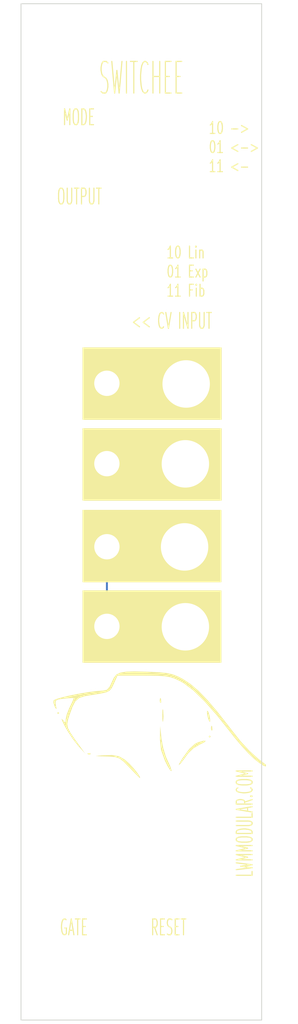
<source format=kicad_pcb>
(kicad_pcb (version 20211014) (generator pcbnew)
  (layers (0 "F.Cu" signal) (31 "B.Cu" signal) (34 "B.Paste" user) (35 "F.Paste" user) (36 "B.SilkS" user "B.Silkscreen") (37 "F.SilkS" user "F.Silkscreen") (38 "B.Mask" user) (39 "F.Mask" user) (44 "Edge.Cuts" user))
  (net 0 "")
  (footprint "MountingHole:MountingHole_3.2mm_M3" (layer "F.Cu") (at 69.806 57.204)
    (fp_text reference "REF**" hide)
    (fp_text value "MountingHole_3.2mm_M3")
    (pad "" np_thru_hole circle locked (at 0 0) (size 3.2 3.2) (drill 3.2) (layers *.Cu *.Mask))
  )
  (footprint "MountingHole:MountingHole_3.2mm_M3" (layer "F.Cu") (at 60.821 128.428)
    (fp_text reference "REF**" hide)
    (fp_text value "MountingHole_3.2mm_M3")
    (pad "" np_thru_hole circle locked (at 0 0) (size 3.2 3.2) (drill 3.2) (layers *.Cu *.Mask))
  )
  (footprint "MountingHole:MountingHole_3.5mm" (layer "F.Cu") (at 61.306 47.204)
    (fp_text reference "REF**" hide)
    (fp_text value "MountingHole_3.5mm")
    (pad "" np_thru_hole circle locked (at 0 0) (size 3.5 3.5) (drill 3.5) (layers *.Cu *.Mask))
    (pad "" np_thru_hole circle locked (at 0 0) (size 3.5 3.5) (drill 3.5) (layers *.Cu *.Mask))
  )
  (footprint "MountingHole:MountingHole_3.2mm_M3" (layer "F.Cu") (at 64.88 97.656)
    (fp_text reference "REF**" hide)
    (fp_text value "MountingHole_3.2mm_M3")
    (pad "" np_thru_hole circle locked (at 0 0) (size 3.2 3.2) (drill 3.2) (layers *.Cu *.Mask))
  )
  (footprint "MountingHole:MountingHole_3.2mm_M3" (layer "F.Cu") (at 61.55 154.525)
    (fp_text reference "REF**" hide)
    (fp_text value "MountingHole_3.2mm_M3" hide)
    (pad "" np_thru_hole circle locked (at 0 0) (size 3.2 3.2) (drill 3.2) (layers *.Cu *.Mask))
  )
  (footprint "MountingHole:MountingHole_6mm" (layer "F.Cu") (at 74.718 97.676)
    (fp_text reference "REF**" hide)
    (fp_text value "MountingHole_6mm" hide)
    (pad "" np_thru_hole circle locked (at 0 0) (size 6 6) (drill 6) (layers *.Cu *.Mask))
  )
  (footprint "MountingHole:MountingHole_3.2mm_M3" (layer "F.Cu") (at 74.806 47.194)
    (fp_text reference "REF**" hide)
    (fp_text value "MountingHole_3.2mm_M3")
    (pad "" np_thru_hole circle locked (at 0 0) (size 3.2 3.2) (drill 3.2) (layers *.Cu *.Mask))
  )
  (footprint "MountingHole:MountingHole_3.2mm_M3" (layer "F.Cu") (at 64.88 107.724)
    (fp_text reference "REF**" hide)
    (fp_text value "MountingHole_3.2mm_M3")
    (pad "" np_thru_hole circle locked (at 0 0) (size 3.2 3.2) (drill 3.2) (layers *.Cu *.Mask))
  )
  (footprint "MountingHole:MountingHole_6mm" (layer "F.Cu") (at 63.818 66.676)
    (fp_text reference "REF**" hide)
    (fp_text value "MountingHole_6mm" hide)
    (pad "" np_thru_hole circle locked (at 0 0) (size 6 6) (drill 6) (layers *.Cu *.Mask))
  )
  (footprint "MountingHole:MountingHole_3.2mm_M3" (layer "F.Cu") (at 72.749 128.438)
    (fp_text reference "REF**" hide)
    (fp_text value "MountingHole_3.2mm_M3")
    (pad "" np_thru_hole circle locked (at 0 0) (size 3.2 3.2) (drill 3.2) (layers *.Cu *.Mask))
  )
  (footprint "MountingHole:MountingHole_3.2mm_M3" (layer "F.Cu") (at 69.796 47.199)
    (fp_text reference "REF**" hide)
    (fp_text value "MountingHole_3.2mm_M3")
    (pad "" np_thru_hole circle locked (at 0 0) (size 3.2 3.2) (drill 3.2) (layers *.Cu *.Mask))
  )
  (footprint "LWM_logo:lwm-logo-head" (layer "F.Cu") (at 71.275 119.9)
    (fp_text reference "G***" hide)
    (fp_text value "LOGO" hide)
    (fp_poly (pts (xy -4.883343 4.235413) (xy -4.169042 4.631892) (xy -3.558644 5.171403) (xy -3.028343 5.73895) (xy -2.561252 6.318518) (xy -2.249667 6.783368) (xy -2.185882 7.00676) (xy -2.219748 7.009973) (xy -2.42948 6.821393) (xy -2.906233 6.341378) (xy -3.547676 5.673004) (xy -3.561023 5.658909) (xy -4.25629 4.949371) (xy -4.782832 4.545621) (xy -5.337898 4.3558) (xy -6.118738 4.28805) (xy -6.533363 4.274699) (xy -7.416153 4.246508) (xy -7.783685 4.220687) (xy -7.66098 4.187097) (xy -7.07306 4.135599) (xy -6.908333 4.12276) (xy -5.731015 4.086184)) (layer "F.SilkS") (width 0) (fill solid))
    (fp_poly (pts (xy -12.429787 -1.215957) (xy -12.564894 -1.080851) (xy -12.7 -1.215957) (xy -12.564894 -1.351063)) (layer "F.SilkS") (width 0) (fill solid))
    (fp_poly (pts (xy 6.939905 0.489761) (xy 6.972118 0.912071) (xy 6.918572 1.007669) (xy 6.795758 0.927081) (xy 6.776652 0.653015) (xy 6.842643 0.364688)) (layer "F.SilkS") (width 0) (fill solid))
    (fp_poly (pts (xy 6.443349 -1.392518) (xy 6.600912 -0.926443) (xy 6.69617 -0.360914) (xy 6.665815 -0.090637) (xy 6.526863 -0.228758) (xy 6.369301 -0.694832) (xy 6.274042 -1.260361) (xy 6.304398 -1.530638)) (layer "F.SilkS") (width 0) (fill solid))
    (fp_poly (pts (xy 0.454799 -3.023005) (xy 0.487012 -2.600695) (xy 0.433466 -2.505097) (xy 0.310651 -2.585685) (xy 0.291545 -2.859751) (xy 0.357537 -3.148077)) (layer "F.SilkS") (width 0) (fill solid))
    (fp_poly (pts (xy 6.755319 1.756383) (xy 6.620213 1.89149) (xy 6.485106 1.756383) (xy 6.620213 1.621277)) (layer "F.SilkS") (width 0) (fill solid))
    (fp_poly (pts (xy -8.466667 3.87305) (xy -8.503759 4.033691) (xy -8.646809 4.053192) (xy -8.869224 3.954325) (xy -8.826951 3.87305) (xy -8.506271 3.840711)) (layer "F.SilkS") (width 0) (fill solid))
    (fp_poly (pts (xy -1.436026 -6.450379) (xy -1.146305 -6.440189) (xy 0.208681 -6.37704) (xy 1.177419 -6.281615) (xy 1.914087 -6.122105) (xy 2.572863 -5.8667) (xy 3.199146 -5.543644) (xy 4.171451 -4.912295) (xy 5.201228 -4.037117) (xy 6.3407 -2.863869) (xy 7.642091 -1.338307) (xy 9.157626 0.593814) (xy 9.342655 0.837464) (xy 10.538859 2.342633) (xy 11.632364 3.531712) (xy 12.779161 4.563101) (xy 13.758333 5.321271) (xy 13.733142 5.54194) (xy 13.728751 5.546427) (xy 13.464163 5.464363) (xy 12.919063 5.107973) (xy 12.325666 4.646639) (xy 11.586197 3.95111) (xy 10.686404 2.981889) (xy 9.778383 1.906252) (xy 9.432357 1.464575) (xy 7.591771 -0.852903) (xy 5.967916 -2.692855) (xy 4.548929 -4.067453) (xy 3.322949 -4.98887) (xy 2.9264 -5.212066) (xy 2.264088 -5.526296) (xy 1.664227 -5.73538) (xy 0.990678 -5.860477) (xy 0.107302 -5.922749) (xy -1.122038 -5.943358) (xy -1.786776 -5.94468) (xy -5.051966 -5.94468) (xy -5.526435 -4.892496) (xy -5.787962 -4.358809) (xy -6.070891 -4.024477) (xy -6.512829 -3.815723) (xy -7.251386 -3.658774) (xy -8.060356 -3.534006) (xy -9.182777 -3.345103) (xy -9.911696 -3.106325) (xy -10.387465 -2.700083) (xy -10.750439 -2.00879) (xy -11.122939 -0.968173) (xy -11.332645 -0.316602) (xy -11.415307 0.183486) (xy -11.331568 0.656469) (xy -11.042072 1.226726) (xy -10.507462 2.018635) (xy -9.918804 2.837234) (xy -9.138119 3.918086) (xy -10.040868 2.925493) (xy -10.695633 2.096537) (xy -11.375048 1.070949) (xy -11.705482 0.493578) (xy -12.032747 -0.163131) (xy -12.15259 -0.490193) (xy -12.043248 -0.421226) (xy -11.728185 -0.059919) (xy -11.627639 -0.123877) (xy -11.619149 -0.431645) (xy -11.49955 -1.002008) (xy -11.200971 -1.773645) (xy -11.082809 -2.018582) (xy -10.771611 -2.663178) (xy -10.61361 -3.059321) (xy -10.609937 -3.113145) (xy -10.891044 -3.113699) (xy -11.524257 -3.065052) (xy -11.84346 -3.033577) (xy -12.565316 -2.932484) (xy -12.874481 -2.76201) (xy -12.897536 -2.417492) (xy -12.853046 -2.198808) (xy -12.770082 -1.745319) (xy -12.856976 -1.7698) (xy -12.989113 -1.975455) (xy -13.17589 -2.525479) (xy -13.153963 -2.807909) (xy -12.854226 -2.977431) (xy -12.14644 -3.192122) (xy -11.158352 -3.426545) (xy -10.017705 -3.655259) (xy -8.852246 -3.852829) (xy -7.789718 -3.993814) (xy -6.957868 -4.052776) (xy -6.900449 -4.053191) (xy -6.401325 -4.162435) (xy -6.03446 -4.577538) (xy -5.777062 -5.136505) (xy -5.515593 -5.696145) (xy -5.192707 -6.084781) (xy -4.715856 -6.328467) (xy -3.992491 -6.453259) (xy -2.930064 -6.485211)) (layer "F.SilkS") (width 0) (fill solid))
    (fp_poly (pts (xy 0.523354 2.026596) (xy 0.730939 3.159106) (xy 1.075334 4.283782) (xy 1.311639 4.822462) (xy 1.64087 5.528155) (xy 1.794107 6.02229) (xy 1.780997 6.145244) (xy 1.600289 6.002939) (xy 1.279873 5.483661) (xy 0.954148 4.835549) (xy 0.458003 3.457195) (xy 0.311214 2.086793) (xy 0.314056 1.89149) (xy 0.352621 0.40532)) (layer "F.SilkS") (width 0) (fill solid))
    (fp_poly (pts (xy 0.734325 -1.550008) (xy 0.778777 -0.750883) (xy 0.730637 -0.198944) (xy 0.667349 -0.090212) (xy 0.626557 -0.444243) (xy 0.61771 -0.945744) (xy 0.637931 -1.558838) (xy 0.686351 -1.738163)) (layer "F.SilkS") (width 0) (fill solid))
    (fp_poly (pts (xy 6.134091 2.301838) (xy 5.898708 2.518735) (xy 5.331962 2.793575) (xy 4.546497 3.262198) (xy 3.915285 3.866979) (xy 3.884139 3.909825) (xy 3.290551 4.725271) (xy 2.883363 5.226101) (xy 2.697269 5.385428) (xy 2.766962 5.176363) (xy 3.127137 4.572017) (xy 3.224055 4.4214) (xy 4.034047 3.318574) (xy 4.757621 2.663687) (xy 5.166362 2.461139) (xy 5.881702 2.26603)) (layer "F.SilkS") (width 0) (fill solid))
  )
  (footprint "MountingHole:MountingHole_3.2mm_M3" (layer "F.Cu") (at 61.525 32.025)
    (fp_text reference "REF**" hide)
    (fp_text value "MountingHole_3.2mm_M3" hide)
    (pad "" np_thru_hole circle locked (at 0 0) (size 3.2 3.2) (drill 3.2) (layers *.Cu *.Mask))
  )
  (footprint "MountingHole:MountingHole_3.2mm_M3" (layer "F.Cu") (at 76.95 32.004)
    (fp_text reference "REF**" hide)
    (fp_text value "MountingHole_3.2mm_M3" hide)
    (pad "" np_thru_hole circle locked (at 0 0) (size 3.2 3.2) (drill 3.2) (layers *.Cu *.Mask))
  )
  (footprint "MountingHole:MountingHole_3.2mm_M3" (layer "F.Cu") (at 79.612 57.194)
    (fp_text reference "REF**" hide)
    (fp_text value "MountingHole_3.2mm_M3")
    (pad "" np_thru_hole circle locked (at 0 0) (size 3.2 3.2) (drill 3.2) (layers *.Cu *.Mask))
  )
  (footprint "MountingHole:MountingHole_6mm" (layer "F.Cu") (at 72.754 137.406)
    (fp_text reference "REF**" hide)
    (fp_text value "MountingHole_6mm" hide)
    (pad "" np_thru_hole circle locked (at 0 0) (size 6 6) (drill 6) (layers *.Cu *.Mask))
  )
  (footprint "MountingHole:MountingHole_6mm" (layer "F.Cu") (at 74.918 77.076)
    (fp_text reference "REF**" hide)
    (fp_text value "MountingHole_6mm" hide)
    (pad "" np_thru_hole circle locked (at 0 0) (size 6 6) (drill 6) (layers *.Cu *.Mask))
  )
  (footprint "MountingHole:MountingHole_3.2mm_M3" (layer "F.Cu") (at 64.875 76.99)
    (fp_text reference "REF**" hide)
    (fp_text value "MountingHole_3.2mm_M3")
    (pad "" np_thru_hole circle locked (at 0 0) (size 3.2 3.2) (drill 3.2) (layers *.Cu *.Mask))
  )
  (footprint "MountingHole:MountingHole_6mm" (layer "F.Cu") (at 74.818 87.176)
    (fp_text reference "REF**" hide)
    (fp_text value "MountingHole_6mm" hide)
    (pad "" np_thru_hole circle locked (at 0 0) (size 6 6) (drill 6) (layers *.Cu *.Mask))
  )
  (footprint "MountingHole:MountingHole_6mm" (layer "F.Cu") (at 74.818 107.776)
    (fp_text reference "REF**" hide)
    (fp_text value "MountingHole_6mm" hide)
    (pad "" np_thru_hole circle locked (at 0 0) (size 6 6) (drill 6) (layers *.Cu *.Mask))
  )
  (footprint "MountingHole:MountingHole_3.5mm" (layer "F.Cu") (at 61.296 57.224)
    (fp_text reference "REF**" hide)
    (fp_text value "MountingHole_3.5mm")
    (pad "" np_thru_hole circle locked (at 0 0) (size 3.5 3.5) (drill 3.5) (layers *.Cu *.Mask))
    (pad "" np_thru_hole circle locked (at 0 0) (size 3.5 3.5) (drill 3.5) (layers *.Cu *.Mask))
  )
  (footprint "MountingHole:MountingHole_3.2mm_M3" (layer "F.Cu") (at 74.786 57.194)
    (fp_text reference "REF**" hide)
    (fp_text value "MountingHole_3.2mm_M3")
    (pad "" np_thru_hole circle locked (at 0 0) (size 3.2 3.2) (drill 3.2) (layers *.Cu *.Mask))
  )
  (footprint "MountingHole:MountingHole_3.2mm_M3" (layer "F.Cu") (at 76.975 154.525)
    (fp_text reference "REF**" hide)
    (fp_text value "MountingHole_3.2mm_M3" hide)
    (pad "" np_thru_hole circle locked (at 0 0) (size 3.2 3.2) (drill 3.2) (layers *.Cu *.Mask))
  )
  (footprint "MountingHole:MountingHole_3.2mm_M3" (layer "F.Cu") (at 64.875 87.15)
    (fp_text reference "REF**" hide)
    (fp_text value "MountingHole_3.2mm_M3")
    (pad "" np_thru_hole circle locked (at 0 0) (size 3.2 3.2) (drill 3.2) (layers *.Cu *.Mask))
  )
  (footprint "MountingHole:MountingHole_6mm" (layer "F.Cu") (at 60.718 137.576)
    (fp_text reference "REF**" hide)
    (fp_text value "MountingHole_6mm" hide)
    (pad "" np_thru_hole circle locked (at 0 0) (size 6 6) (drill 6) (layers *.Cu *.Mask))
  )
  (gr_rect (start 79.325 103.231) (end 61.85 112.269) (layer "F.SilkS") (width 0.12) (fill solid))
  (gr_rect (start 79.355 72.512) (end 61.85 81.55) (layer "F.SilkS") (width 0.12) (fill solid))
  (gr_rect (start 79.325 93.056) (end 61.85 102.094) (layer "F.SilkS") (width 0.12) (fill solid))
  (gr_rect (start 79.355 82.737) (end 61.85 91.775) (layer "F.SilkS") (width 0.12) (fill solid))
  (gr_line locked (start 54 29) (end 84.48 29) (layer "Edge.Cuts") (width 0.1))
  (gr_line locked (start 54 29) (end 54 157.5) (layer "Edge.Cuts") (width 0.1))
  (gr_line locked (start 84.48 29) (end 84.48 157.5) (layer "Edge.Cuts") (width 0.1))
  (gr_line locked (start 54 157.5) (end 84.48 157.5) (layer "Edge.Cuts") (width 0.1))
  (gr_text "10 Lin\n01 Exp\n11 Fib" (at 72.34 62.87) (layer "F.SilkS") (effects (font (size 1.5 1)) (justify left)))
  (gr_text "OUTPUT" (at 61.4 53.4) (layer "F.SilkS") (effects (font (size 2 1))))
  (gr_text "SWITCHEE" (at 69.25 38.45) (layer "F.SilkS") (effects (font (size 4 1.5))))
  (gr_text "LWMMODULAR.COM" (at 82.35 132.6 90) (layer "F.SilkS") (effects (font (size 2 1))))
  (gr_text "10 ->\n01 <->\n11 <-" (at 77.69 47.13) (layer "F.SilkS") (effects (font (size 1.5 1)) (justify left)))
  (gr_text "GATE" (at 60.7 145.8) (layer "F.SilkS") (effects (font (size 2 1))))
  (gr_text "MODE" (at 61.325 43.375) (layer "F.SilkS") (effects (font (size 2 1))))
  (gr_text "<< CV INPUT" (at 73.1 69.12) (layer "F.SilkS") (effects (font (size 2 1))))
  (gr_text "RESET" (at 72.7 145.8) (layer "F.SilkS") (effects (font (size 2 1))))
  (segment (start 64.88 93.649) (end 64.88 103.809) (width 0.25) (layer "B.Cu") (net 0))
)
</source>
